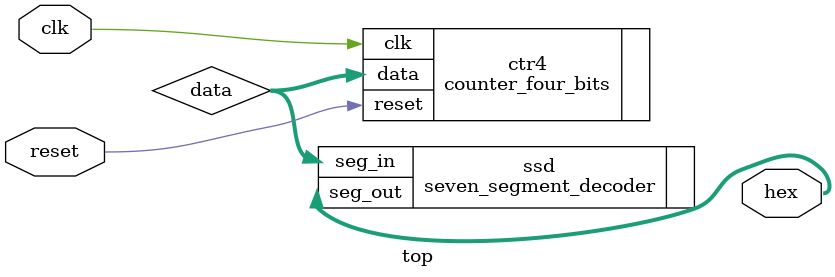
<source format=v>
module top(hex, clk, reset);
  output [6:0]hex;
  input clk, reset;
  wire [3:0] data;
  counter_four_bits ctr4(.data(data), .clk(clk), .reset(reset));
  seven_segment_decoder ssd(.seg_out(hex), .seg_in(data));
endmodule
</source>
